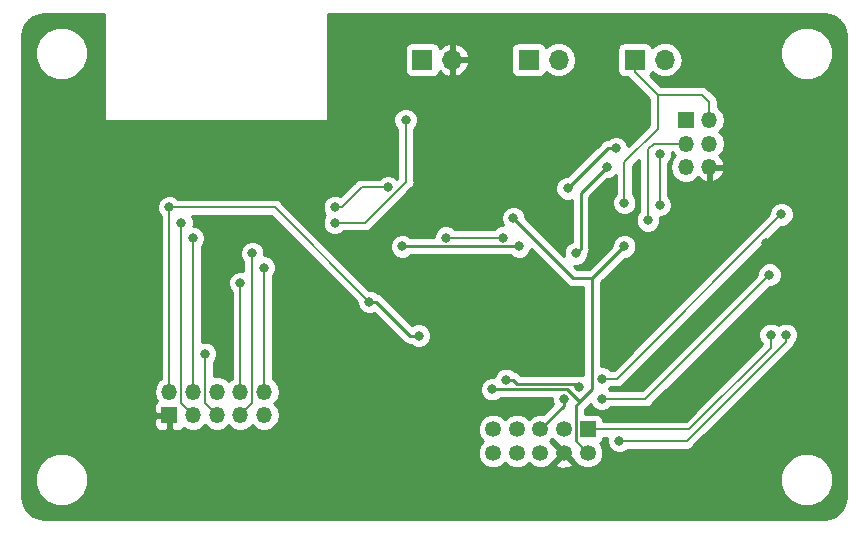
<source format=gbr>
G04 #@! TF.GenerationSoftware,KiCad,Pcbnew,5.0.2+dfsg1-1*
G04 #@! TF.CreationDate,2021-10-10T22:00:12+03:00*
G04 #@! TF.ProjectId,Brizer-ZigBee,4272697a-6572-42d5-9a69-674265652e6b,rev?*
G04 #@! TF.SameCoordinates,Original*
G04 #@! TF.FileFunction,Copper,L2,Bot*
G04 #@! TF.FilePolarity,Positive*
%FSLAX46Y46*%
G04 Gerber Fmt 4.6, Leading zero omitted, Abs format (unit mm)*
G04 Created by KiCad (PCBNEW 5.0.2+dfsg1-1) date Вс 10 окт 2021 22:00:12*
%MOMM*%
%LPD*%
G01*
G04 APERTURE LIST*
G04 #@! TA.AperFunction,ComponentPad*
%ADD10O,1.350000X1.350000*%
G04 #@! TD*
G04 #@! TA.AperFunction,ComponentPad*
%ADD11R,1.350000X1.350000*%
G04 #@! TD*
G04 #@! TA.AperFunction,ComponentPad*
%ADD12C,1.350000*%
G04 #@! TD*
G04 #@! TA.AperFunction,ComponentPad*
%ADD13O,1.700000X1.700000*%
G04 #@! TD*
G04 #@! TA.AperFunction,ComponentPad*
%ADD14R,1.700000X1.700000*%
G04 #@! TD*
G04 #@! TA.AperFunction,ViaPad*
%ADD15C,0.800000*%
G04 #@! TD*
G04 #@! TA.AperFunction,Conductor*
%ADD16C,0.200000*%
G04 #@! TD*
G04 #@! TA.AperFunction,Conductor*
%ADD17C,0.250000*%
G04 #@! TD*
G04 #@! TA.AperFunction,Conductor*
%ADD18C,0.254000*%
G04 #@! TD*
G04 APERTURE END LIST*
D10*
G04 #@! TO.P,J3,6*
G04 #@! TO.N,GND*
X173300000Y-83100000D03*
G04 #@! TO.P,J3,5*
G04 #@! TO.N,/AVR_RESET*
X171300000Y-83100000D03*
G04 #@! TO.P,J3,4*
G04 #@! TO.N,/AVR_MOSI*
X173300000Y-81100000D03*
G04 #@! TO.P,J3,3*
G04 #@! TO.N,/AVR_SCK*
X171300000Y-81100000D03*
G04 #@! TO.P,J3,2*
G04 #@! TO.N,+5V*
X173300000Y-79100000D03*
D11*
G04 #@! TO.P,J3,1*
G04 #@! TO.N,/AVR_MISO*
X171300000Y-79100000D03*
G04 #@! TD*
D10*
G04 #@! TO.P,J4,10*
G04 #@! TO.N,/CC2530_MISO*
X135600000Y-102100000D03*
G04 #@! TO.P,J4,9*
G04 #@! TO.N,Net-(J4-Pad9)*
X135600000Y-104100000D03*
G04 #@! TO.P,J4,8*
G04 #@! TO.N,/CC2530_MOSI*
X133600000Y-102100000D03*
G04 #@! TO.P,J4,7*
G04 #@! TO.N,/CC2530_RESET*
X133600000Y-104100000D03*
G04 #@! TO.P,J4,6*
G04 #@! TO.N,/CC2530_SCK*
X131600000Y-102100000D03*
G04 #@! TO.P,J4,5*
G04 #@! TO.N,/CC2530_CSN*
X131600000Y-104100000D03*
G04 #@! TO.P,J4,4*
G04 #@! TO.N,/CC2530_DD*
X129600000Y-102100000D03*
G04 #@! TO.P,J4,3*
G04 #@! TO.N,/CC2530_DC*
X129600000Y-104100000D03*
G04 #@! TO.P,J4,2*
G04 #@! TO.N,+3V3*
X127600000Y-102100000D03*
D11*
G04 #@! TO.P,J4,1*
G04 #@! TO.N,GND*
X127600000Y-104100000D03*
G04 #@! TD*
D12*
G04 #@! TO.P,J1,10*
G04 #@! TO.N,/CS*
X155000000Y-107300000D03*
G04 #@! TO.P,J1,9*
G04 #@! TO.N,/SET_BTN*
X155000000Y-105300000D03*
G04 #@! TO.P,J1,8*
G04 #@! TO.N,/WB*
X157000000Y-107300000D03*
G04 #@! TO.P,J1,7*
G04 #@! TO.N,Net-(J1-Pad7)*
X157000000Y-105300000D03*
G04 #@! TO.P,J1,6*
G04 #@! TO.N,/DATA*
X159000000Y-107300000D03*
G04 #@! TO.P,J1,5*
G04 #@! TO.N,/UP_BTN*
X159000000Y-105300000D03*
G04 #@! TO.P,J1,4*
G04 #@! TO.N,GND*
X161000000Y-107300000D03*
G04 #@! TO.P,J1,3*
G04 #@! TO.N,/DOWN_BTN*
X161000000Y-105300000D03*
G04 #@! TO.P,J1,2*
G04 #@! TO.N,+5V*
X163000000Y-107300000D03*
D11*
G04 #@! TO.P,J1,1*
G04 #@! TO.N,/PWR_BTN*
X163000000Y-105300000D03*
G04 #@! TD*
D13*
G04 #@! TO.P,J2,2*
G04 #@! TO.N,Net-(J2-Pad2)*
X169540000Y-74000000D03*
D14*
G04 #@! TO.P,J2,1*
G04 #@! TO.N,+5V*
X167000000Y-74000000D03*
G04 #@! TD*
D13*
G04 #@! TO.P,J5,2*
G04 #@! TO.N,GND*
X151540000Y-74000000D03*
D14*
G04 #@! TO.P,J5,1*
G04 #@! TO.N,Net-(J5-Pad1)*
X149000000Y-74000000D03*
G04 #@! TD*
D13*
G04 #@! TO.P,J6,2*
G04 #@! TO.N,Net-(J6-Pad2)*
X160540000Y-74000000D03*
D14*
G04 #@! TO.P,J6,1*
G04 #@! TO.N,+3V3*
X158000000Y-74000000D03*
G04 #@! TD*
D15*
G04 #@! TO.N,GND*
X177331237Y-96168763D03*
X172000000Y-102065685D03*
X158300000Y-81000000D03*
X178100000Y-89500000D03*
X146100000Y-88000000D03*
X144450000Y-71150000D03*
X149450000Y-71150000D03*
X154450000Y-71150000D03*
X159450000Y-71150000D03*
X164450000Y-71150000D03*
X169450000Y-71150000D03*
X174450000Y-71150000D03*
X179450000Y-71150000D03*
X116950000Y-76150000D03*
X141950000Y-76150000D03*
X146950000Y-76150000D03*
X151950000Y-76150000D03*
X161950000Y-76150000D03*
X176950000Y-76150000D03*
X181950000Y-76150000D03*
X119450000Y-81150000D03*
X124450000Y-81150000D03*
X129450000Y-81150000D03*
X134450000Y-81150000D03*
X139450000Y-81150000D03*
X144450000Y-81150000D03*
X149450000Y-81150000D03*
X179450000Y-81150000D03*
X116950000Y-86150000D03*
X181950000Y-86150000D03*
X119450000Y-91150000D03*
X154450000Y-91150000D03*
X116950000Y-96150000D03*
X121950000Y-96150000D03*
X141950000Y-96150000D03*
X181950000Y-96150000D03*
X119450000Y-101150000D03*
X124450000Y-101150000D03*
X139450000Y-101150000D03*
X144450000Y-101150000D03*
X116950000Y-106150000D03*
X121950000Y-106150000D03*
X126950000Y-106150000D03*
X131950000Y-106150000D03*
X136950000Y-106150000D03*
X141950000Y-106150000D03*
X146950000Y-106150000D03*
X151950000Y-106150000D03*
X176950000Y-106150000D03*
X181950000Y-106150000D03*
X124450000Y-111150000D03*
X129450000Y-111150000D03*
X134450000Y-111150000D03*
X139450000Y-111150000D03*
X144450000Y-111150000D03*
X149450000Y-111150000D03*
X154450000Y-111150000D03*
X159450000Y-111150000D03*
X164450000Y-111150000D03*
X169450000Y-111150000D03*
X174450000Y-111150000D03*
G04 #@! TO.N,+5V*
X166100000Y-86100000D03*
X154900000Y-101900000D03*
X166100000Y-89800000D03*
X156700000Y-87400000D03*
G04 #@! TO.N,+3V3*
X144500000Y-94500000D03*
X148700000Y-97362500D03*
X127600000Y-86500000D03*
G04 #@! TO.N,/AVR_MISO*
X169100000Y-82000000D03*
X169100000Y-86300000D03*
G04 #@! TO.N,/AVR_SCK*
X168100000Y-87600000D03*
G04 #@! TO.N,/AVR_RESET*
X162000000Y-90400000D03*
X164600000Y-83100000D03*
G04 #@! TO.N,/CC2530_DC*
X128600000Y-87800000D03*
G04 #@! TO.N,/CC2530_DD*
X129600000Y-89100000D03*
G04 #@! TO.N,/CC2530_CSN*
X130600000Y-98900000D03*
G04 #@! TO.N,/CC2530_RESET*
X134600000Y-90400000D03*
G04 #@! TO.N,/CC2530_MOSI*
X133600000Y-92900000D03*
G04 #@! TO.N,/CC2530_MISO*
X135600000Y-91600000D03*
G04 #@! TO.N,Net-(J5-Pad1)*
X141600000Y-87800000D03*
X147600000Y-79100000D03*
G04 #@! TO.N,Net-(R10-Pad2)*
X161300000Y-84900000D03*
X165400000Y-81500000D03*
G04 #@! TO.N,/RX*
X157200000Y-89800000D03*
X147300000Y-89800000D03*
G04 #@! TO.N,/TX*
X155800000Y-89075000D03*
X151000000Y-89075000D03*
G04 #@! TO.N,/PWR_BTN*
X178500000Y-97300000D03*
G04 #@! TO.N,/DOWN_BTN*
X179800000Y-97300000D03*
X165675001Y-106275001D03*
G04 #@! TO.N,/UP_BTN*
X178400000Y-92200000D03*
X164200000Y-102700000D03*
X161000000Y-102700000D03*
G04 #@! TO.N,/SET_BTN*
X179400000Y-87100000D03*
X156100000Y-101100000D03*
X162300000Y-101700000D03*
X164200000Y-101000000D03*
G04 #@! TO.N,Net-(R16-Pad1)*
X141600000Y-86500000D03*
X146100000Y-84800000D03*
G04 #@! TD*
D16*
G04 #@! TO.N,GND*
X177331237Y-96734448D02*
X172000000Y-102065685D01*
X177331237Y-96168763D02*
X177331237Y-96734448D01*
X172000000Y-102065685D02*
X172000000Y-102065685D01*
X178100000Y-89500000D02*
X179600000Y-89500000D01*
X179600000Y-89500000D02*
X181300000Y-87800000D01*
X181300000Y-87800000D02*
X181300000Y-85100000D01*
X181300000Y-85100000D02*
X179300000Y-83100000D01*
X151540000Y-72797919D02*
X153037919Y-71300000D01*
X151540000Y-74000000D02*
X151540000Y-72797919D01*
X153037919Y-71300000D02*
X171400000Y-71300000D01*
X177700000Y-77600000D02*
X177700000Y-83100000D01*
X171400000Y-71300000D02*
X177700000Y-77600000D01*
X179300000Y-83100000D02*
X177700000Y-83100000D01*
X177700000Y-83100000D02*
X173300000Y-83100000D01*
X151300000Y-88000000D02*
X158300000Y-81000000D01*
X146100000Y-88000000D02*
X151300000Y-88000000D01*
G04 #@! TO.N,+5V*
X167000000Y-75050000D02*
X168950000Y-77000000D01*
X167000000Y-74000000D02*
X167000000Y-75050000D01*
X168950000Y-77000000D02*
X172700000Y-77000000D01*
X173300000Y-77600000D02*
X173300000Y-79100000D01*
X172700000Y-77000000D02*
X173300000Y-77600000D01*
X166100000Y-86100000D02*
X166100000Y-82700000D01*
X168950000Y-79850000D02*
X168950000Y-77000000D01*
X166100000Y-82700000D02*
X168950000Y-79850000D01*
X163000000Y-107300000D02*
X162000000Y-106300000D01*
D17*
X163400000Y-92500000D02*
X166100000Y-89800000D01*
X163400000Y-101900000D02*
X163400000Y-92500000D01*
X162000000Y-106300000D02*
X162000000Y-103300000D01*
X161800000Y-92500000D02*
X156700000Y-87400000D01*
X163400000Y-92500000D02*
X161800000Y-92500000D01*
X161273002Y-101900000D02*
X162300000Y-102926998D01*
X162300000Y-102926998D02*
X162300000Y-103000000D01*
X162000000Y-103300000D02*
X162300000Y-103000000D01*
X154900000Y-101900000D02*
X161273002Y-101900000D01*
X162300000Y-103000000D02*
X163400000Y-101900000D01*
G04 #@! TO.N,+3V3*
X145065685Y-94500000D02*
X147965685Y-97400000D01*
X144500000Y-94500000D02*
X145065685Y-94500000D01*
X147965685Y-97400000D02*
X148800000Y-97400000D01*
D16*
X127600000Y-102100000D02*
X127600000Y-86500000D01*
X127600000Y-86500000D02*
X127600000Y-86500000D01*
X136500000Y-86500000D02*
X127600000Y-86500000D01*
X144500000Y-94500000D02*
X136500000Y-86500000D01*
G04 #@! TO.N,/AVR_MISO*
X169100000Y-82000000D02*
X169100000Y-86300000D01*
X169100000Y-86300000D02*
X169100000Y-86300000D01*
G04 #@! TO.N,/AVR_SCK*
X168100000Y-87600000D02*
X168100000Y-87600000D01*
X168100000Y-81600000D02*
X168100000Y-83345406D01*
X168100000Y-83345406D02*
X168100000Y-87600000D01*
X171300000Y-81100000D02*
X168600000Y-81100000D01*
X168600000Y-81100000D02*
X168100000Y-81600000D01*
D17*
G04 #@! TO.N,/AVR_RESET*
X162399999Y-90000001D02*
X162399999Y-85300001D01*
X162000000Y-90400000D02*
X162399999Y-90000001D01*
X162399999Y-85300001D02*
X164600000Y-83100000D01*
X164600000Y-83100000D02*
X164600000Y-83100000D01*
D16*
G04 #@! TO.N,/CC2530_DC*
X129600000Y-104100000D02*
X128600000Y-103100000D01*
X128600000Y-103100000D02*
X128600000Y-101100000D01*
X128600000Y-101100000D02*
X128600000Y-87800000D01*
X128600000Y-87800000D02*
X128600000Y-87800000D01*
G04 #@! TO.N,/CC2530_DD*
X129600000Y-102100000D02*
X129600000Y-89100000D01*
X129600000Y-89100000D02*
X129600000Y-89100000D01*
G04 #@! TO.N,/CC2530_CSN*
X131600000Y-104100000D02*
X130925001Y-103425001D01*
X130925001Y-103425001D02*
X130600000Y-103100000D01*
X130600000Y-103100000D02*
X130600000Y-101100000D01*
X130600000Y-101100000D02*
X130600000Y-98900000D01*
X130600000Y-98900000D02*
X130600000Y-98900000D01*
G04 #@! TO.N,/CC2530_RESET*
X133600000Y-104100000D02*
X134600000Y-103100000D01*
X134600000Y-103100000D02*
X134600000Y-101100000D01*
X134600000Y-101100000D02*
X134600000Y-90400000D01*
X134600000Y-90400000D02*
X134600000Y-90400000D01*
G04 #@! TO.N,/CC2530_MOSI*
X133600000Y-102100000D02*
X133600000Y-101145406D01*
X133600000Y-101145406D02*
X133600000Y-92900000D01*
X133600000Y-92900000D02*
X133600000Y-92900000D01*
G04 #@! TO.N,/CC2530_MISO*
X135600000Y-102100000D02*
X135600000Y-101145406D01*
X135600000Y-101145406D02*
X135600000Y-91600000D01*
X135600000Y-91600000D02*
X135600000Y-91600000D01*
D17*
G04 #@! TO.N,Net-(J5-Pad1)*
X141600000Y-87800000D02*
X141600000Y-87800000D01*
D16*
X144136002Y-87800000D02*
X147600000Y-84336002D01*
X141600000Y-87800000D02*
X144136002Y-87800000D01*
X147600000Y-84336002D02*
X147600000Y-79100000D01*
D17*
G04 #@! TO.N,Net-(R10-Pad2)*
X161300000Y-84900000D02*
X164700000Y-81500000D01*
X164700000Y-81500000D02*
X165400000Y-81500000D01*
X165400000Y-81500000D02*
X165400000Y-81500000D01*
G04 #@! TO.N,/RX*
X157200000Y-89800000D02*
X156634315Y-89800000D01*
X156634315Y-89800000D02*
X147300000Y-89800000D01*
X147300000Y-89800000D02*
X147300000Y-89800000D01*
D16*
G04 #@! TO.N,/TX*
X155800000Y-89075000D02*
X151000000Y-89075000D01*
D17*
G04 #@! TO.N,/PWR_BTN*
X178500000Y-97300000D02*
X178500000Y-97300000D01*
D16*
X163000000Y-105300000D02*
X171600000Y-105300000D01*
X178500000Y-98400000D02*
X178500000Y-97300000D01*
X171600000Y-105300000D02*
X178500000Y-98400000D01*
D17*
G04 #@! TO.N,/DOWN_BTN*
X179800000Y-97300000D02*
X179800000Y-97300000D01*
D16*
X179800000Y-97865685D02*
X179800000Y-97300000D01*
X171390684Y-106275001D02*
X179800000Y-97865685D01*
X165675001Y-106275001D02*
X171390684Y-106275001D01*
D17*
G04 #@! TO.N,/UP_BTN*
X178400000Y-92200000D02*
X178400000Y-92200000D01*
D16*
X167900000Y-102700000D02*
X178400000Y-92200000D01*
X164200000Y-102700000D02*
X167900000Y-102700000D01*
D17*
X159000000Y-105300000D02*
X161000000Y-103300000D01*
X161000000Y-103300000D02*
X161000000Y-102700000D01*
G04 #@! TO.N,/SET_BTN*
X179400000Y-87100000D02*
X179400000Y-87100000D01*
D16*
X165500000Y-101000000D02*
X179400000Y-87100000D01*
X164200000Y-101000000D02*
X165500000Y-101000000D01*
D17*
X157015675Y-101449990D02*
X162049990Y-101449990D01*
X156100000Y-101100000D02*
X156665685Y-101100000D01*
X156665685Y-101100000D02*
X157015675Y-101449990D01*
X162049990Y-101449990D02*
X162300000Y-101700000D01*
D16*
G04 #@! TO.N,Net-(R16-Pad1)*
X142165685Y-86500000D02*
X143865685Y-84800000D01*
X141600000Y-86500000D02*
X142165685Y-86500000D01*
X143865685Y-84800000D02*
X146100000Y-84800000D01*
X146100000Y-84800000D02*
X146100000Y-84800000D01*
G04 #@! TD*
D18*
G04 #@! TO.N,GND*
G36*
X122073000Y-79100000D02*
X122082667Y-79148601D01*
X122110197Y-79189803D01*
X122151399Y-79217333D01*
X122200000Y-79227000D01*
X140900000Y-79227000D01*
X140948601Y-79217333D01*
X140989803Y-79189803D01*
X141017333Y-79148601D01*
X141027000Y-79100000D01*
X141027000Y-73150000D01*
X147502560Y-73150000D01*
X147502560Y-74850000D01*
X147551843Y-75097765D01*
X147692191Y-75307809D01*
X147902235Y-75448157D01*
X148150000Y-75497440D01*
X149850000Y-75497440D01*
X150097765Y-75448157D01*
X150307809Y-75307809D01*
X150448157Y-75097765D01*
X150468739Y-74994292D01*
X150773076Y-75271645D01*
X151183110Y-75441476D01*
X151413000Y-75320155D01*
X151413000Y-74127000D01*
X151667000Y-74127000D01*
X151667000Y-75320155D01*
X151896890Y-75441476D01*
X152306924Y-75271645D01*
X152735183Y-74881358D01*
X152981486Y-74356892D01*
X152860819Y-74127000D01*
X151667000Y-74127000D01*
X151413000Y-74127000D01*
X151393000Y-74127000D01*
X151393000Y-73873000D01*
X151413000Y-73873000D01*
X151413000Y-72679845D01*
X151667000Y-72679845D01*
X151667000Y-73873000D01*
X152860819Y-73873000D01*
X152981486Y-73643108D01*
X152749910Y-73150000D01*
X156502560Y-73150000D01*
X156502560Y-74850000D01*
X156551843Y-75097765D01*
X156692191Y-75307809D01*
X156902235Y-75448157D01*
X157150000Y-75497440D01*
X158850000Y-75497440D01*
X159097765Y-75448157D01*
X159307809Y-75307809D01*
X159448157Y-75097765D01*
X159457184Y-75052381D01*
X159469375Y-75070625D01*
X159960582Y-75398839D01*
X160393744Y-75485000D01*
X160686256Y-75485000D01*
X161119418Y-75398839D01*
X161610625Y-75070625D01*
X161938839Y-74579418D01*
X162054092Y-74000000D01*
X161938839Y-73420582D01*
X161610625Y-72929375D01*
X161119418Y-72601161D01*
X160686256Y-72515000D01*
X160393744Y-72515000D01*
X159960582Y-72601161D01*
X159469375Y-72929375D01*
X159457184Y-72947619D01*
X159448157Y-72902235D01*
X159307809Y-72692191D01*
X159097765Y-72551843D01*
X158850000Y-72502560D01*
X157150000Y-72502560D01*
X156902235Y-72551843D01*
X156692191Y-72692191D01*
X156551843Y-72902235D01*
X156502560Y-73150000D01*
X152749910Y-73150000D01*
X152735183Y-73118642D01*
X152306924Y-72728355D01*
X151896890Y-72558524D01*
X151667000Y-72679845D01*
X151413000Y-72679845D01*
X151183110Y-72558524D01*
X150773076Y-72728355D01*
X150468739Y-73005708D01*
X150448157Y-72902235D01*
X150307809Y-72692191D01*
X150097765Y-72551843D01*
X149850000Y-72502560D01*
X148150000Y-72502560D01*
X147902235Y-72551843D01*
X147692191Y-72692191D01*
X147551843Y-72902235D01*
X147502560Y-73150000D01*
X141027000Y-73150000D01*
X141027000Y-70127000D01*
X182991672Y-70127000D01*
X183484485Y-70191880D01*
X183935952Y-70378884D01*
X184323636Y-70676364D01*
X184621116Y-71064048D01*
X184808120Y-71515515D01*
X184873000Y-72008328D01*
X184873000Y-110991672D01*
X184808120Y-111484485D01*
X184621116Y-111935952D01*
X184323636Y-112323636D01*
X183935952Y-112621116D01*
X183484485Y-112808120D01*
X182991672Y-112873000D01*
X117008328Y-112873000D01*
X116515515Y-112808120D01*
X116064048Y-112621116D01*
X115676364Y-112323636D01*
X115378884Y-111935952D01*
X115191880Y-111484485D01*
X115127000Y-110991672D01*
X115127000Y-109105431D01*
X116215000Y-109105431D01*
X116215000Y-109994569D01*
X116555259Y-110816026D01*
X117183974Y-111444741D01*
X118005431Y-111785000D01*
X118894569Y-111785000D01*
X119716026Y-111444741D01*
X120344741Y-110816026D01*
X120685000Y-109994569D01*
X120685000Y-109105431D01*
X179315000Y-109105431D01*
X179315000Y-109994569D01*
X179655259Y-110816026D01*
X180283974Y-111444741D01*
X181105431Y-111785000D01*
X181994569Y-111785000D01*
X182816026Y-111444741D01*
X183444741Y-110816026D01*
X183785000Y-109994569D01*
X183785000Y-109105431D01*
X183444741Y-108283974D01*
X182816026Y-107655259D01*
X181994569Y-107315000D01*
X181105431Y-107315000D01*
X180283974Y-107655259D01*
X179655259Y-108283974D01*
X179315000Y-109105431D01*
X120685000Y-109105431D01*
X120344741Y-108283974D01*
X119716026Y-107655259D01*
X118894569Y-107315000D01*
X118005431Y-107315000D01*
X117183974Y-107655259D01*
X116555259Y-108283974D01*
X116215000Y-109105431D01*
X115127000Y-109105431D01*
X115127000Y-104385750D01*
X126290000Y-104385750D01*
X126290000Y-104901309D01*
X126386673Y-105134698D01*
X126565301Y-105313327D01*
X126798690Y-105410000D01*
X127314250Y-105410000D01*
X127473000Y-105251250D01*
X127473000Y-104227000D01*
X126448750Y-104227000D01*
X126290000Y-104385750D01*
X115127000Y-104385750D01*
X115127000Y-102100000D01*
X126264336Y-102100000D01*
X126366007Y-102611136D01*
X126556198Y-102895776D01*
X126386673Y-103065302D01*
X126290000Y-103298691D01*
X126290000Y-103814250D01*
X126448750Y-103973000D01*
X127473000Y-103973000D01*
X127473000Y-103953000D01*
X127727000Y-103953000D01*
X127727000Y-103973000D01*
X127747000Y-103973000D01*
X127747000Y-104227000D01*
X127727000Y-104227000D01*
X127727000Y-105251250D01*
X127885750Y-105410000D01*
X128401310Y-105410000D01*
X128634699Y-105313327D01*
X128804223Y-105143802D01*
X129088864Y-105333993D01*
X129470978Y-105410000D01*
X129729022Y-105410000D01*
X130111136Y-105333993D01*
X130544457Y-105044457D01*
X130600000Y-104961331D01*
X130655543Y-105044457D01*
X131088864Y-105333993D01*
X131470978Y-105410000D01*
X131729022Y-105410000D01*
X132111136Y-105333993D01*
X132544457Y-105044457D01*
X132600000Y-104961331D01*
X132655543Y-105044457D01*
X133088864Y-105333993D01*
X133470978Y-105410000D01*
X133729022Y-105410000D01*
X134111136Y-105333993D01*
X134544457Y-105044457D01*
X134600000Y-104961331D01*
X134655543Y-105044457D01*
X135088864Y-105333993D01*
X135470978Y-105410000D01*
X135729022Y-105410000D01*
X136111136Y-105333993D01*
X136544457Y-105044457D01*
X136833993Y-104611136D01*
X136935664Y-104100000D01*
X136833993Y-103588864D01*
X136544457Y-103155543D01*
X136461331Y-103100000D01*
X136544457Y-103044457D01*
X136833993Y-102611136D01*
X136935664Y-102100000D01*
X136833993Y-101588864D01*
X136544457Y-101155543D01*
X136335000Y-101015588D01*
X136335000Y-92328711D01*
X136477431Y-92186280D01*
X136635000Y-91805874D01*
X136635000Y-91394126D01*
X136477431Y-91013720D01*
X136186280Y-90722569D01*
X135805874Y-90565000D01*
X135635000Y-90565000D01*
X135635000Y-90194126D01*
X135477431Y-89813720D01*
X135186280Y-89522569D01*
X134805874Y-89365000D01*
X134394126Y-89365000D01*
X134013720Y-89522569D01*
X133722569Y-89813720D01*
X133565000Y-90194126D01*
X133565000Y-90605874D01*
X133722569Y-90986280D01*
X133865001Y-91128712D01*
X133865001Y-91889491D01*
X133805874Y-91865000D01*
X133394126Y-91865000D01*
X133013720Y-92022569D01*
X132722569Y-92313720D01*
X132565000Y-92694126D01*
X132565000Y-93105874D01*
X132722569Y-93486280D01*
X132865001Y-93628712D01*
X132865000Y-101015588D01*
X132655543Y-101155543D01*
X132600000Y-101238669D01*
X132544457Y-101155543D01*
X132111136Y-100866007D01*
X131729022Y-100790000D01*
X131470978Y-100790000D01*
X131335000Y-100817048D01*
X131335000Y-99628711D01*
X131477431Y-99486280D01*
X131635000Y-99105874D01*
X131635000Y-98694126D01*
X131477431Y-98313720D01*
X131186280Y-98022569D01*
X130805874Y-97865000D01*
X130394126Y-97865000D01*
X130335000Y-97889491D01*
X130335000Y-89828711D01*
X130477431Y-89686280D01*
X130635000Y-89305874D01*
X130635000Y-88894126D01*
X130477431Y-88513720D01*
X130186280Y-88222569D01*
X129805874Y-88065000D01*
X129610509Y-88065000D01*
X129635000Y-88005874D01*
X129635000Y-87594126D01*
X129486245Y-87235000D01*
X136195554Y-87235000D01*
X143465000Y-94504447D01*
X143465000Y-94705874D01*
X143622569Y-95086280D01*
X143913720Y-95377431D01*
X144294126Y-95535000D01*
X144705874Y-95535000D01*
X144932155Y-95441271D01*
X147375358Y-97884476D01*
X147417756Y-97947929D01*
X147481209Y-97990327D01*
X147481211Y-97990329D01*
X147529462Y-98022569D01*
X147669148Y-98115904D01*
X147890833Y-98160000D01*
X147890837Y-98160000D01*
X147965684Y-98174888D01*
X148034908Y-98161119D01*
X148113720Y-98239931D01*
X148494126Y-98397500D01*
X148905874Y-98397500D01*
X149286280Y-98239931D01*
X149577431Y-97948780D01*
X149735000Y-97568374D01*
X149735000Y-97156626D01*
X149577431Y-96776220D01*
X149286280Y-96485069D01*
X148905874Y-96327500D01*
X148494126Y-96327500D01*
X148122090Y-96481602D01*
X145656016Y-94015530D01*
X145613614Y-93952071D01*
X145362222Y-93784096D01*
X145219397Y-93755686D01*
X145086280Y-93622569D01*
X144705874Y-93465000D01*
X144504447Y-93465000D01*
X140633573Y-89594126D01*
X146265000Y-89594126D01*
X146265000Y-90005874D01*
X146422569Y-90386280D01*
X146713720Y-90677431D01*
X147094126Y-90835000D01*
X147505874Y-90835000D01*
X147886280Y-90677431D01*
X148003711Y-90560000D01*
X156496289Y-90560000D01*
X156613720Y-90677431D01*
X156994126Y-90835000D01*
X157405874Y-90835000D01*
X157786280Y-90677431D01*
X158077431Y-90386280D01*
X158233850Y-90008651D01*
X161209671Y-92984473D01*
X161252071Y-93047929D01*
X161503463Y-93215904D01*
X161725148Y-93260000D01*
X161725152Y-93260000D01*
X161799999Y-93274888D01*
X161874846Y-93260000D01*
X162640001Y-93260000D01*
X162640000Y-100720557D01*
X162505874Y-100665000D01*
X162094126Y-100665000D01*
X162063331Y-100677756D01*
X162049990Y-100675102D01*
X161975143Y-100689990D01*
X157330476Y-100689990D01*
X157256016Y-100615530D01*
X157213614Y-100552071D01*
X156962222Y-100384096D01*
X156819397Y-100355686D01*
X156686280Y-100222569D01*
X156305874Y-100065000D01*
X155894126Y-100065000D01*
X155513720Y-100222569D01*
X155222569Y-100513720D01*
X155077064Y-100865000D01*
X154694126Y-100865000D01*
X154313720Y-101022569D01*
X154022569Y-101313720D01*
X153865000Y-101694126D01*
X153865000Y-102105874D01*
X154022569Y-102486280D01*
X154313720Y-102777431D01*
X154694126Y-102935000D01*
X155105874Y-102935000D01*
X155486280Y-102777431D01*
X155603711Y-102660000D01*
X159965000Y-102660000D01*
X159965000Y-102905874D01*
X160068779Y-103156419D01*
X159235199Y-103990000D01*
X158739425Y-103990000D01*
X158257945Y-104189436D01*
X158000000Y-104447381D01*
X157742055Y-104189436D01*
X157260575Y-103990000D01*
X156739425Y-103990000D01*
X156257945Y-104189436D01*
X156000000Y-104447381D01*
X155742055Y-104189436D01*
X155260575Y-103990000D01*
X154739425Y-103990000D01*
X154257945Y-104189436D01*
X153889436Y-104557945D01*
X153690000Y-105039425D01*
X153690000Y-105560575D01*
X153889436Y-106042055D01*
X154147381Y-106300000D01*
X153889436Y-106557945D01*
X153690000Y-107039425D01*
X153690000Y-107560575D01*
X153889436Y-108042055D01*
X154257945Y-108410564D01*
X154739425Y-108610000D01*
X155260575Y-108610000D01*
X155742055Y-108410564D01*
X156000000Y-108152619D01*
X156257945Y-108410564D01*
X156739425Y-108610000D01*
X157260575Y-108610000D01*
X157742055Y-108410564D01*
X158000000Y-108152619D01*
X158257945Y-108410564D01*
X158739425Y-108610000D01*
X159260575Y-108610000D01*
X159742055Y-108410564D01*
X159935472Y-108217147D01*
X160262458Y-108217147D01*
X160321219Y-108450328D01*
X160813100Y-108622522D01*
X161333434Y-108593375D01*
X161678781Y-108450328D01*
X161737542Y-108217147D01*
X161000000Y-107479605D01*
X160262458Y-108217147D01*
X159935472Y-108217147D01*
X160110564Y-108042055D01*
X160133350Y-107987045D01*
X160820395Y-107300000D01*
X160133350Y-106612955D01*
X160110564Y-106557945D01*
X159852619Y-106300000D01*
X160000000Y-106152619D01*
X160257945Y-106410564D01*
X160312955Y-106433350D01*
X161000000Y-107120395D01*
X161014143Y-107106253D01*
X161193748Y-107285858D01*
X161179605Y-107300000D01*
X161866650Y-107987045D01*
X161889436Y-108042055D01*
X162257945Y-108410564D01*
X162739425Y-108610000D01*
X163260575Y-108610000D01*
X163742055Y-108410564D01*
X164110564Y-108042055D01*
X164310000Y-107560575D01*
X164310000Y-107039425D01*
X164110564Y-106557945D01*
X164044461Y-106491842D01*
X164132809Y-106432809D01*
X164273157Y-106222765D01*
X164310505Y-106035000D01*
X164654137Y-106035000D01*
X164640001Y-106069127D01*
X164640001Y-106480875D01*
X164797570Y-106861281D01*
X165088721Y-107152432D01*
X165469127Y-107310001D01*
X165880875Y-107310001D01*
X166261281Y-107152432D01*
X166403712Y-107010001D01*
X171318300Y-107010001D01*
X171390684Y-107024399D01*
X171463068Y-107010001D01*
X171463072Y-107010001D01*
X171677467Y-106967355D01*
X171920589Y-106804906D01*
X171961595Y-106743536D01*
X180268538Y-98436594D01*
X180329905Y-98395590D01*
X180492354Y-98152468D01*
X180512494Y-98051217D01*
X180677431Y-97886280D01*
X180835000Y-97505874D01*
X180835000Y-97094126D01*
X180677431Y-96713720D01*
X180386280Y-96422569D01*
X180005874Y-96265000D01*
X179594126Y-96265000D01*
X179213720Y-96422569D01*
X179150000Y-96486289D01*
X179086280Y-96422569D01*
X178705874Y-96265000D01*
X178294126Y-96265000D01*
X177913720Y-96422569D01*
X177622569Y-96713720D01*
X177465000Y-97094126D01*
X177465000Y-97505874D01*
X177622569Y-97886280D01*
X177765000Y-98028711D01*
X177765000Y-98095553D01*
X171295554Y-104565000D01*
X164310505Y-104565000D01*
X164273157Y-104377235D01*
X164132809Y-104167191D01*
X163922765Y-104026843D01*
X163675000Y-103977560D01*
X162760000Y-103977560D01*
X162760000Y-103614801D01*
X162784470Y-103590331D01*
X162847929Y-103547929D01*
X162890330Y-103484471D01*
X163254018Y-103120783D01*
X163322569Y-103286280D01*
X163613720Y-103577431D01*
X163994126Y-103735000D01*
X164405874Y-103735000D01*
X164786280Y-103577431D01*
X164928711Y-103435000D01*
X167827616Y-103435000D01*
X167900000Y-103449398D01*
X167972384Y-103435000D01*
X167972388Y-103435000D01*
X168186783Y-103392354D01*
X168429905Y-103229905D01*
X168470911Y-103168535D01*
X178404447Y-93235000D01*
X178605874Y-93235000D01*
X178986280Y-93077431D01*
X179277431Y-92786280D01*
X179435000Y-92405874D01*
X179435000Y-91994126D01*
X179277431Y-91613720D01*
X178986280Y-91322569D01*
X178605874Y-91165000D01*
X178194126Y-91165000D01*
X177813720Y-91322569D01*
X177522569Y-91613720D01*
X177365000Y-91994126D01*
X177365000Y-92195553D01*
X167595554Y-101965000D01*
X164928711Y-101965000D01*
X164813711Y-101850000D01*
X164928711Y-101735000D01*
X165427616Y-101735000D01*
X165500000Y-101749398D01*
X165572384Y-101735000D01*
X165572388Y-101735000D01*
X165786783Y-101692354D01*
X166029905Y-101529905D01*
X166070911Y-101468535D01*
X179404447Y-88135000D01*
X179605874Y-88135000D01*
X179986280Y-87977431D01*
X180277431Y-87686280D01*
X180435000Y-87305874D01*
X180435000Y-86894126D01*
X180277431Y-86513720D01*
X179986280Y-86222569D01*
X179605874Y-86065000D01*
X179194126Y-86065000D01*
X178813720Y-86222569D01*
X178522569Y-86513720D01*
X178365000Y-86894126D01*
X178365000Y-87095553D01*
X165195554Y-100265000D01*
X164928711Y-100265000D01*
X164786280Y-100122569D01*
X164405874Y-99965000D01*
X164160000Y-99965000D01*
X164160000Y-92814801D01*
X166139802Y-90835000D01*
X166305874Y-90835000D01*
X166686280Y-90677431D01*
X166977431Y-90386280D01*
X167135000Y-90005874D01*
X167135000Y-89594126D01*
X166977431Y-89213720D01*
X166686280Y-88922569D01*
X166305874Y-88765000D01*
X165894126Y-88765000D01*
X165513720Y-88922569D01*
X165222569Y-89213720D01*
X165065000Y-89594126D01*
X165065000Y-89760198D01*
X163085199Y-91740000D01*
X162114802Y-91740000D01*
X161809802Y-91435000D01*
X162205874Y-91435000D01*
X162586280Y-91277431D01*
X162877431Y-90986280D01*
X163035000Y-90605874D01*
X163035000Y-90417618D01*
X163115903Y-90296538D01*
X163159999Y-90074853D01*
X163159999Y-90074849D01*
X163174887Y-90000002D01*
X163159999Y-89925155D01*
X163159999Y-85614802D01*
X164639802Y-84135000D01*
X164805874Y-84135000D01*
X165186280Y-83977431D01*
X165365001Y-83798710D01*
X165365000Y-85371289D01*
X165222569Y-85513720D01*
X165065000Y-85894126D01*
X165065000Y-86305874D01*
X165222569Y-86686280D01*
X165513720Y-86977431D01*
X165894126Y-87135000D01*
X166305874Y-87135000D01*
X166686280Y-86977431D01*
X166977431Y-86686280D01*
X167135000Y-86305874D01*
X167135000Y-85894126D01*
X166977431Y-85513720D01*
X166835000Y-85371289D01*
X166835000Y-83004446D01*
X167365001Y-82474446D01*
X167365001Y-83273014D01*
X167365000Y-83273019D01*
X167365001Y-86871288D01*
X167222569Y-87013720D01*
X167065000Y-87394126D01*
X167065000Y-87805874D01*
X167222569Y-88186280D01*
X167513720Y-88477431D01*
X167894126Y-88635000D01*
X168305874Y-88635000D01*
X168686280Y-88477431D01*
X168977431Y-88186280D01*
X169135000Y-87805874D01*
X169135000Y-87394126D01*
X169110509Y-87335000D01*
X169305874Y-87335000D01*
X169686280Y-87177431D01*
X169977431Y-86886280D01*
X170135000Y-86505874D01*
X170135000Y-86094126D01*
X169977431Y-85713720D01*
X169835000Y-85571289D01*
X169835000Y-82728711D01*
X169977431Y-82586280D01*
X170135000Y-82205874D01*
X170135000Y-81835000D01*
X170215588Y-81835000D01*
X170355543Y-82044457D01*
X170438669Y-82100000D01*
X170355543Y-82155543D01*
X170066007Y-82588864D01*
X169964336Y-83100000D01*
X170066007Y-83611136D01*
X170355543Y-84044457D01*
X170788864Y-84333993D01*
X171170978Y-84410000D01*
X171429022Y-84410000D01*
X171811136Y-84333993D01*
X172244457Y-84044457D01*
X172319968Y-83931446D01*
X172510460Y-84145349D01*
X172970598Y-84367920D01*
X173173000Y-84245090D01*
X173173000Y-83227000D01*
X173427000Y-83227000D01*
X173427000Y-84245090D01*
X173629402Y-84367920D01*
X174089540Y-84145349D01*
X174429478Y-83763633D01*
X174567910Y-83429400D01*
X174444224Y-83227000D01*
X173427000Y-83227000D01*
X173173000Y-83227000D01*
X173153000Y-83227000D01*
X173153000Y-82973000D01*
X173173000Y-82973000D01*
X173173000Y-82953000D01*
X173427000Y-82953000D01*
X173427000Y-82973000D01*
X174444224Y-82973000D01*
X174567910Y-82770600D01*
X174429478Y-82436367D01*
X174141642Y-82113156D01*
X174244457Y-82044457D01*
X174533993Y-81611136D01*
X174635664Y-81100000D01*
X174533993Y-80588864D01*
X174244457Y-80155543D01*
X174161331Y-80100000D01*
X174244457Y-80044457D01*
X174533993Y-79611136D01*
X174635664Y-79100000D01*
X174533993Y-78588864D01*
X174244457Y-78155543D01*
X174035000Y-78015588D01*
X174035000Y-77672383D01*
X174049398Y-77599999D01*
X174035000Y-77527613D01*
X174035000Y-77527612D01*
X173992354Y-77313217D01*
X173829905Y-77070095D01*
X173768538Y-77029091D01*
X173270911Y-76531465D01*
X173229905Y-76470095D01*
X172986783Y-76307646D01*
X172772388Y-76265000D01*
X172772384Y-76265000D01*
X172700000Y-76250602D01*
X172627616Y-76265000D01*
X169254447Y-76265000D01*
X168301483Y-75312036D01*
X168307809Y-75307809D01*
X168448157Y-75097765D01*
X168457184Y-75052381D01*
X168469375Y-75070625D01*
X168960582Y-75398839D01*
X169393744Y-75485000D01*
X169686256Y-75485000D01*
X170119418Y-75398839D01*
X170610625Y-75070625D01*
X170938839Y-74579418D01*
X171054092Y-74000000D01*
X170938839Y-73420582D01*
X170661444Y-73005431D01*
X179315000Y-73005431D01*
X179315000Y-73894569D01*
X179655259Y-74716026D01*
X180283974Y-75344741D01*
X181105431Y-75685000D01*
X181994569Y-75685000D01*
X182816026Y-75344741D01*
X183444741Y-74716026D01*
X183785000Y-73894569D01*
X183785000Y-73005431D01*
X183444741Y-72183974D01*
X182816026Y-71555259D01*
X181994569Y-71215000D01*
X181105431Y-71215000D01*
X180283974Y-71555259D01*
X179655259Y-72183974D01*
X179315000Y-73005431D01*
X170661444Y-73005431D01*
X170610625Y-72929375D01*
X170119418Y-72601161D01*
X169686256Y-72515000D01*
X169393744Y-72515000D01*
X168960582Y-72601161D01*
X168469375Y-72929375D01*
X168457184Y-72947619D01*
X168448157Y-72902235D01*
X168307809Y-72692191D01*
X168097765Y-72551843D01*
X167850000Y-72502560D01*
X166150000Y-72502560D01*
X165902235Y-72551843D01*
X165692191Y-72692191D01*
X165551843Y-72902235D01*
X165502560Y-73150000D01*
X165502560Y-74850000D01*
X165551843Y-75097765D01*
X165692191Y-75307809D01*
X165902235Y-75448157D01*
X166150000Y-75497440D01*
X166414994Y-75497440D01*
X166429091Y-75518537D01*
X166470096Y-75579905D01*
X166531463Y-75620909D01*
X168215001Y-77304448D01*
X168215000Y-79545553D01*
X166435000Y-81325554D01*
X166435000Y-81294126D01*
X166277431Y-80913720D01*
X165986280Y-80622569D01*
X165605874Y-80465000D01*
X165194126Y-80465000D01*
X164813720Y-80622569D01*
X164709322Y-80726967D01*
X164699999Y-80725112D01*
X164625152Y-80740000D01*
X164625148Y-80740000D01*
X164403463Y-80784096D01*
X164152071Y-80952071D01*
X164109671Y-81015527D01*
X161260199Y-83865000D01*
X161094126Y-83865000D01*
X160713720Y-84022569D01*
X160422569Y-84313720D01*
X160265000Y-84694126D01*
X160265000Y-85105874D01*
X160422569Y-85486280D01*
X160713720Y-85777431D01*
X161094126Y-85935000D01*
X161505874Y-85935000D01*
X161640000Y-85879443D01*
X161639999Y-89428841D01*
X161413720Y-89522569D01*
X161122569Y-89813720D01*
X160965000Y-90194126D01*
X160965000Y-90590198D01*
X157735000Y-87360199D01*
X157735000Y-87194126D01*
X157577431Y-86813720D01*
X157286280Y-86522569D01*
X156905874Y-86365000D01*
X156494126Y-86365000D01*
X156113720Y-86522569D01*
X155822569Y-86813720D01*
X155665000Y-87194126D01*
X155665000Y-87605874D01*
X155822569Y-87986280D01*
X155876289Y-88040000D01*
X155594126Y-88040000D01*
X155213720Y-88197569D01*
X155071289Y-88340000D01*
X151728711Y-88340000D01*
X151586280Y-88197569D01*
X151205874Y-88040000D01*
X150794126Y-88040000D01*
X150413720Y-88197569D01*
X150122569Y-88488720D01*
X149965000Y-88869126D01*
X149965000Y-89040000D01*
X148003711Y-89040000D01*
X147886280Y-88922569D01*
X147505874Y-88765000D01*
X147094126Y-88765000D01*
X146713720Y-88922569D01*
X146422569Y-89213720D01*
X146265000Y-89594126D01*
X140633573Y-89594126D01*
X137333573Y-86294126D01*
X140565000Y-86294126D01*
X140565000Y-86705874D01*
X140722569Y-87086280D01*
X140786289Y-87150000D01*
X140722569Y-87213720D01*
X140565000Y-87594126D01*
X140565000Y-88005874D01*
X140722569Y-88386280D01*
X141013720Y-88677431D01*
X141394126Y-88835000D01*
X141805874Y-88835000D01*
X142186280Y-88677431D01*
X142328711Y-88535000D01*
X144063618Y-88535000D01*
X144136002Y-88549398D01*
X144208386Y-88535000D01*
X144208390Y-88535000D01*
X144422785Y-88492354D01*
X144665907Y-88329905D01*
X144706913Y-88268535D01*
X148068538Y-84906911D01*
X148129905Y-84865907D01*
X148292354Y-84622785D01*
X148335000Y-84408390D01*
X148335000Y-84408386D01*
X148349398Y-84336002D01*
X148335000Y-84263618D01*
X148335000Y-79828711D01*
X148477431Y-79686280D01*
X148635000Y-79305874D01*
X148635000Y-78894126D01*
X148477431Y-78513720D01*
X148186280Y-78222569D01*
X147805874Y-78065000D01*
X147394126Y-78065000D01*
X147013720Y-78222569D01*
X146722569Y-78513720D01*
X146565000Y-78894126D01*
X146565000Y-79305874D01*
X146722569Y-79686280D01*
X146865001Y-79828712D01*
X146865000Y-84031555D01*
X146830133Y-84066422D01*
X146686280Y-83922569D01*
X146305874Y-83765000D01*
X145894126Y-83765000D01*
X145513720Y-83922569D01*
X145371289Y-84065000D01*
X143938068Y-84065000D01*
X143865684Y-84050602D01*
X143793300Y-84065000D01*
X143793297Y-84065000D01*
X143578902Y-84107646D01*
X143335780Y-84270095D01*
X143294775Y-84331463D01*
X142057155Y-85569084D01*
X141805874Y-85465000D01*
X141394126Y-85465000D01*
X141013720Y-85622569D01*
X140722569Y-85913720D01*
X140565000Y-86294126D01*
X137333573Y-86294126D01*
X137070911Y-86031465D01*
X137029905Y-85970095D01*
X136786783Y-85807646D01*
X136572388Y-85765000D01*
X136572384Y-85765000D01*
X136500000Y-85750602D01*
X136427616Y-85765000D01*
X128328711Y-85765000D01*
X128186280Y-85622569D01*
X127805874Y-85465000D01*
X127394126Y-85465000D01*
X127013720Y-85622569D01*
X126722569Y-85913720D01*
X126565000Y-86294126D01*
X126565000Y-86705874D01*
X126722569Y-87086280D01*
X126865001Y-87228712D01*
X126865000Y-101015588D01*
X126655543Y-101155543D01*
X126366007Y-101588864D01*
X126264336Y-102100000D01*
X115127000Y-102100000D01*
X115127000Y-73005431D01*
X116215000Y-73005431D01*
X116215000Y-73894569D01*
X116555259Y-74716026D01*
X117183974Y-75344741D01*
X118005431Y-75685000D01*
X118894569Y-75685000D01*
X119716026Y-75344741D01*
X120344741Y-74716026D01*
X120685000Y-73894569D01*
X120685000Y-73005431D01*
X120344741Y-72183974D01*
X119716026Y-71555259D01*
X118894569Y-71215000D01*
X118005431Y-71215000D01*
X117183974Y-71555259D01*
X116555259Y-72183974D01*
X116215000Y-73005431D01*
X115127000Y-73005431D01*
X115127000Y-72008328D01*
X115191880Y-71515515D01*
X115378884Y-71064048D01*
X115676364Y-70676364D01*
X116064048Y-70378884D01*
X116515515Y-70191880D01*
X117008328Y-70127000D01*
X122073000Y-70127000D01*
X122073000Y-79100000D01*
X122073000Y-79100000D01*
G37*
X122073000Y-79100000D02*
X122082667Y-79148601D01*
X122110197Y-79189803D01*
X122151399Y-79217333D01*
X122200000Y-79227000D01*
X140900000Y-79227000D01*
X140948601Y-79217333D01*
X140989803Y-79189803D01*
X141017333Y-79148601D01*
X141027000Y-79100000D01*
X141027000Y-73150000D01*
X147502560Y-73150000D01*
X147502560Y-74850000D01*
X147551843Y-75097765D01*
X147692191Y-75307809D01*
X147902235Y-75448157D01*
X148150000Y-75497440D01*
X149850000Y-75497440D01*
X150097765Y-75448157D01*
X150307809Y-75307809D01*
X150448157Y-75097765D01*
X150468739Y-74994292D01*
X150773076Y-75271645D01*
X151183110Y-75441476D01*
X151413000Y-75320155D01*
X151413000Y-74127000D01*
X151667000Y-74127000D01*
X151667000Y-75320155D01*
X151896890Y-75441476D01*
X152306924Y-75271645D01*
X152735183Y-74881358D01*
X152981486Y-74356892D01*
X152860819Y-74127000D01*
X151667000Y-74127000D01*
X151413000Y-74127000D01*
X151393000Y-74127000D01*
X151393000Y-73873000D01*
X151413000Y-73873000D01*
X151413000Y-72679845D01*
X151667000Y-72679845D01*
X151667000Y-73873000D01*
X152860819Y-73873000D01*
X152981486Y-73643108D01*
X152749910Y-73150000D01*
X156502560Y-73150000D01*
X156502560Y-74850000D01*
X156551843Y-75097765D01*
X156692191Y-75307809D01*
X156902235Y-75448157D01*
X157150000Y-75497440D01*
X158850000Y-75497440D01*
X159097765Y-75448157D01*
X159307809Y-75307809D01*
X159448157Y-75097765D01*
X159457184Y-75052381D01*
X159469375Y-75070625D01*
X159960582Y-75398839D01*
X160393744Y-75485000D01*
X160686256Y-75485000D01*
X161119418Y-75398839D01*
X161610625Y-75070625D01*
X161938839Y-74579418D01*
X162054092Y-74000000D01*
X161938839Y-73420582D01*
X161610625Y-72929375D01*
X161119418Y-72601161D01*
X160686256Y-72515000D01*
X160393744Y-72515000D01*
X159960582Y-72601161D01*
X159469375Y-72929375D01*
X159457184Y-72947619D01*
X159448157Y-72902235D01*
X159307809Y-72692191D01*
X159097765Y-72551843D01*
X158850000Y-72502560D01*
X157150000Y-72502560D01*
X156902235Y-72551843D01*
X156692191Y-72692191D01*
X156551843Y-72902235D01*
X156502560Y-73150000D01*
X152749910Y-73150000D01*
X152735183Y-73118642D01*
X152306924Y-72728355D01*
X151896890Y-72558524D01*
X151667000Y-72679845D01*
X151413000Y-72679845D01*
X151183110Y-72558524D01*
X150773076Y-72728355D01*
X150468739Y-73005708D01*
X150448157Y-72902235D01*
X150307809Y-72692191D01*
X150097765Y-72551843D01*
X149850000Y-72502560D01*
X148150000Y-72502560D01*
X147902235Y-72551843D01*
X147692191Y-72692191D01*
X147551843Y-72902235D01*
X147502560Y-73150000D01*
X141027000Y-73150000D01*
X141027000Y-70127000D01*
X182991672Y-70127000D01*
X183484485Y-70191880D01*
X183935952Y-70378884D01*
X184323636Y-70676364D01*
X184621116Y-71064048D01*
X184808120Y-71515515D01*
X184873000Y-72008328D01*
X184873000Y-110991672D01*
X184808120Y-111484485D01*
X184621116Y-111935952D01*
X184323636Y-112323636D01*
X183935952Y-112621116D01*
X183484485Y-112808120D01*
X182991672Y-112873000D01*
X117008328Y-112873000D01*
X116515515Y-112808120D01*
X116064048Y-112621116D01*
X115676364Y-112323636D01*
X115378884Y-111935952D01*
X115191880Y-111484485D01*
X115127000Y-110991672D01*
X115127000Y-109105431D01*
X116215000Y-109105431D01*
X116215000Y-109994569D01*
X116555259Y-110816026D01*
X117183974Y-111444741D01*
X118005431Y-111785000D01*
X118894569Y-111785000D01*
X119716026Y-111444741D01*
X120344741Y-110816026D01*
X120685000Y-109994569D01*
X120685000Y-109105431D01*
X179315000Y-109105431D01*
X179315000Y-109994569D01*
X179655259Y-110816026D01*
X180283974Y-111444741D01*
X181105431Y-111785000D01*
X181994569Y-111785000D01*
X182816026Y-111444741D01*
X183444741Y-110816026D01*
X183785000Y-109994569D01*
X183785000Y-109105431D01*
X183444741Y-108283974D01*
X182816026Y-107655259D01*
X181994569Y-107315000D01*
X181105431Y-107315000D01*
X180283974Y-107655259D01*
X179655259Y-108283974D01*
X179315000Y-109105431D01*
X120685000Y-109105431D01*
X120344741Y-108283974D01*
X119716026Y-107655259D01*
X118894569Y-107315000D01*
X118005431Y-107315000D01*
X117183974Y-107655259D01*
X116555259Y-108283974D01*
X116215000Y-109105431D01*
X115127000Y-109105431D01*
X115127000Y-104385750D01*
X126290000Y-104385750D01*
X126290000Y-104901309D01*
X126386673Y-105134698D01*
X126565301Y-105313327D01*
X126798690Y-105410000D01*
X127314250Y-105410000D01*
X127473000Y-105251250D01*
X127473000Y-104227000D01*
X126448750Y-104227000D01*
X126290000Y-104385750D01*
X115127000Y-104385750D01*
X115127000Y-102100000D01*
X126264336Y-102100000D01*
X126366007Y-102611136D01*
X126556198Y-102895776D01*
X126386673Y-103065302D01*
X126290000Y-103298691D01*
X126290000Y-103814250D01*
X126448750Y-103973000D01*
X127473000Y-103973000D01*
X127473000Y-103953000D01*
X127727000Y-103953000D01*
X127727000Y-103973000D01*
X127747000Y-103973000D01*
X127747000Y-104227000D01*
X127727000Y-104227000D01*
X127727000Y-105251250D01*
X127885750Y-105410000D01*
X128401310Y-105410000D01*
X128634699Y-105313327D01*
X128804223Y-105143802D01*
X129088864Y-105333993D01*
X129470978Y-105410000D01*
X129729022Y-105410000D01*
X130111136Y-105333993D01*
X130544457Y-105044457D01*
X130600000Y-104961331D01*
X130655543Y-105044457D01*
X131088864Y-105333993D01*
X131470978Y-105410000D01*
X131729022Y-105410000D01*
X132111136Y-105333993D01*
X132544457Y-105044457D01*
X132600000Y-104961331D01*
X132655543Y-105044457D01*
X133088864Y-105333993D01*
X133470978Y-105410000D01*
X133729022Y-105410000D01*
X134111136Y-105333993D01*
X134544457Y-105044457D01*
X134600000Y-104961331D01*
X134655543Y-105044457D01*
X135088864Y-105333993D01*
X135470978Y-105410000D01*
X135729022Y-105410000D01*
X136111136Y-105333993D01*
X136544457Y-105044457D01*
X136833993Y-104611136D01*
X136935664Y-104100000D01*
X136833993Y-103588864D01*
X136544457Y-103155543D01*
X136461331Y-103100000D01*
X136544457Y-103044457D01*
X136833993Y-102611136D01*
X136935664Y-102100000D01*
X136833993Y-101588864D01*
X136544457Y-101155543D01*
X136335000Y-101015588D01*
X136335000Y-92328711D01*
X136477431Y-92186280D01*
X136635000Y-91805874D01*
X136635000Y-91394126D01*
X136477431Y-91013720D01*
X136186280Y-90722569D01*
X135805874Y-90565000D01*
X135635000Y-90565000D01*
X135635000Y-90194126D01*
X135477431Y-89813720D01*
X135186280Y-89522569D01*
X134805874Y-89365000D01*
X134394126Y-89365000D01*
X134013720Y-89522569D01*
X133722569Y-89813720D01*
X133565000Y-90194126D01*
X133565000Y-90605874D01*
X133722569Y-90986280D01*
X133865001Y-91128712D01*
X133865001Y-91889491D01*
X133805874Y-91865000D01*
X133394126Y-91865000D01*
X133013720Y-92022569D01*
X132722569Y-92313720D01*
X132565000Y-92694126D01*
X132565000Y-93105874D01*
X132722569Y-93486280D01*
X132865001Y-93628712D01*
X132865000Y-101015588D01*
X132655543Y-101155543D01*
X132600000Y-101238669D01*
X132544457Y-101155543D01*
X132111136Y-100866007D01*
X131729022Y-100790000D01*
X131470978Y-100790000D01*
X131335000Y-100817048D01*
X131335000Y-99628711D01*
X131477431Y-99486280D01*
X131635000Y-99105874D01*
X131635000Y-98694126D01*
X131477431Y-98313720D01*
X131186280Y-98022569D01*
X130805874Y-97865000D01*
X130394126Y-97865000D01*
X130335000Y-97889491D01*
X130335000Y-89828711D01*
X130477431Y-89686280D01*
X130635000Y-89305874D01*
X130635000Y-88894126D01*
X130477431Y-88513720D01*
X130186280Y-88222569D01*
X129805874Y-88065000D01*
X129610509Y-88065000D01*
X129635000Y-88005874D01*
X129635000Y-87594126D01*
X129486245Y-87235000D01*
X136195554Y-87235000D01*
X143465000Y-94504447D01*
X143465000Y-94705874D01*
X143622569Y-95086280D01*
X143913720Y-95377431D01*
X144294126Y-95535000D01*
X144705874Y-95535000D01*
X144932155Y-95441271D01*
X147375358Y-97884476D01*
X147417756Y-97947929D01*
X147481209Y-97990327D01*
X147481211Y-97990329D01*
X147529462Y-98022569D01*
X147669148Y-98115904D01*
X147890833Y-98160000D01*
X147890837Y-98160000D01*
X147965684Y-98174888D01*
X148034908Y-98161119D01*
X148113720Y-98239931D01*
X148494126Y-98397500D01*
X148905874Y-98397500D01*
X149286280Y-98239931D01*
X149577431Y-97948780D01*
X149735000Y-97568374D01*
X149735000Y-97156626D01*
X149577431Y-96776220D01*
X149286280Y-96485069D01*
X148905874Y-96327500D01*
X148494126Y-96327500D01*
X148122090Y-96481602D01*
X145656016Y-94015530D01*
X145613614Y-93952071D01*
X145362222Y-93784096D01*
X145219397Y-93755686D01*
X145086280Y-93622569D01*
X144705874Y-93465000D01*
X144504447Y-93465000D01*
X140633573Y-89594126D01*
X146265000Y-89594126D01*
X146265000Y-90005874D01*
X146422569Y-90386280D01*
X146713720Y-90677431D01*
X147094126Y-90835000D01*
X147505874Y-90835000D01*
X147886280Y-90677431D01*
X148003711Y-90560000D01*
X156496289Y-90560000D01*
X156613720Y-90677431D01*
X156994126Y-90835000D01*
X157405874Y-90835000D01*
X157786280Y-90677431D01*
X158077431Y-90386280D01*
X158233850Y-90008651D01*
X161209671Y-92984473D01*
X161252071Y-93047929D01*
X161503463Y-93215904D01*
X161725148Y-93260000D01*
X161725152Y-93260000D01*
X161799999Y-93274888D01*
X161874846Y-93260000D01*
X162640001Y-93260000D01*
X162640000Y-100720557D01*
X162505874Y-100665000D01*
X162094126Y-100665000D01*
X162063331Y-100677756D01*
X162049990Y-100675102D01*
X161975143Y-100689990D01*
X157330476Y-100689990D01*
X157256016Y-100615530D01*
X157213614Y-100552071D01*
X156962222Y-100384096D01*
X156819397Y-100355686D01*
X156686280Y-100222569D01*
X156305874Y-100065000D01*
X155894126Y-100065000D01*
X155513720Y-100222569D01*
X155222569Y-100513720D01*
X155077064Y-100865000D01*
X154694126Y-100865000D01*
X154313720Y-101022569D01*
X154022569Y-101313720D01*
X153865000Y-101694126D01*
X153865000Y-102105874D01*
X154022569Y-102486280D01*
X154313720Y-102777431D01*
X154694126Y-102935000D01*
X155105874Y-102935000D01*
X155486280Y-102777431D01*
X155603711Y-102660000D01*
X159965000Y-102660000D01*
X159965000Y-102905874D01*
X160068779Y-103156419D01*
X159235199Y-103990000D01*
X158739425Y-103990000D01*
X158257945Y-104189436D01*
X158000000Y-104447381D01*
X157742055Y-104189436D01*
X157260575Y-103990000D01*
X156739425Y-103990000D01*
X156257945Y-104189436D01*
X156000000Y-104447381D01*
X155742055Y-104189436D01*
X155260575Y-103990000D01*
X154739425Y-103990000D01*
X154257945Y-104189436D01*
X153889436Y-104557945D01*
X153690000Y-105039425D01*
X153690000Y-105560575D01*
X153889436Y-106042055D01*
X154147381Y-106300000D01*
X153889436Y-106557945D01*
X153690000Y-107039425D01*
X153690000Y-107560575D01*
X153889436Y-108042055D01*
X154257945Y-108410564D01*
X154739425Y-108610000D01*
X155260575Y-108610000D01*
X155742055Y-108410564D01*
X156000000Y-108152619D01*
X156257945Y-108410564D01*
X156739425Y-108610000D01*
X157260575Y-108610000D01*
X157742055Y-108410564D01*
X158000000Y-108152619D01*
X158257945Y-108410564D01*
X158739425Y-108610000D01*
X159260575Y-108610000D01*
X159742055Y-108410564D01*
X159935472Y-108217147D01*
X160262458Y-108217147D01*
X160321219Y-108450328D01*
X160813100Y-108622522D01*
X161333434Y-108593375D01*
X161678781Y-108450328D01*
X161737542Y-108217147D01*
X161000000Y-107479605D01*
X160262458Y-108217147D01*
X159935472Y-108217147D01*
X160110564Y-108042055D01*
X160133350Y-107987045D01*
X160820395Y-107300000D01*
X160133350Y-106612955D01*
X160110564Y-106557945D01*
X159852619Y-106300000D01*
X160000000Y-106152619D01*
X160257945Y-106410564D01*
X160312955Y-106433350D01*
X161000000Y-107120395D01*
X161014143Y-107106253D01*
X161193748Y-107285858D01*
X161179605Y-107300000D01*
X161866650Y-107987045D01*
X161889436Y-108042055D01*
X162257945Y-108410564D01*
X162739425Y-108610000D01*
X163260575Y-108610000D01*
X163742055Y-108410564D01*
X164110564Y-108042055D01*
X164310000Y-107560575D01*
X164310000Y-107039425D01*
X164110564Y-106557945D01*
X164044461Y-106491842D01*
X164132809Y-106432809D01*
X164273157Y-106222765D01*
X164310505Y-106035000D01*
X164654137Y-106035000D01*
X164640001Y-106069127D01*
X164640001Y-106480875D01*
X164797570Y-106861281D01*
X165088721Y-107152432D01*
X165469127Y-107310001D01*
X165880875Y-107310001D01*
X166261281Y-107152432D01*
X166403712Y-107010001D01*
X171318300Y-107010001D01*
X171390684Y-107024399D01*
X171463068Y-107010001D01*
X171463072Y-107010001D01*
X171677467Y-106967355D01*
X171920589Y-106804906D01*
X171961595Y-106743536D01*
X180268538Y-98436594D01*
X180329905Y-98395590D01*
X180492354Y-98152468D01*
X180512494Y-98051217D01*
X180677431Y-97886280D01*
X180835000Y-97505874D01*
X180835000Y-97094126D01*
X180677431Y-96713720D01*
X180386280Y-96422569D01*
X180005874Y-96265000D01*
X179594126Y-96265000D01*
X179213720Y-96422569D01*
X179150000Y-96486289D01*
X179086280Y-96422569D01*
X178705874Y-96265000D01*
X178294126Y-96265000D01*
X177913720Y-96422569D01*
X177622569Y-96713720D01*
X177465000Y-97094126D01*
X177465000Y-97505874D01*
X177622569Y-97886280D01*
X177765000Y-98028711D01*
X177765000Y-98095553D01*
X171295554Y-104565000D01*
X164310505Y-104565000D01*
X164273157Y-104377235D01*
X164132809Y-104167191D01*
X163922765Y-104026843D01*
X163675000Y-103977560D01*
X162760000Y-103977560D01*
X162760000Y-103614801D01*
X162784470Y-103590331D01*
X162847929Y-103547929D01*
X162890330Y-103484471D01*
X163254018Y-103120783D01*
X163322569Y-103286280D01*
X163613720Y-103577431D01*
X163994126Y-103735000D01*
X164405874Y-103735000D01*
X164786280Y-103577431D01*
X164928711Y-103435000D01*
X167827616Y-103435000D01*
X167900000Y-103449398D01*
X167972384Y-103435000D01*
X167972388Y-103435000D01*
X168186783Y-103392354D01*
X168429905Y-103229905D01*
X168470911Y-103168535D01*
X178404447Y-93235000D01*
X178605874Y-93235000D01*
X178986280Y-93077431D01*
X179277431Y-92786280D01*
X179435000Y-92405874D01*
X179435000Y-91994126D01*
X179277431Y-91613720D01*
X178986280Y-91322569D01*
X178605874Y-91165000D01*
X178194126Y-91165000D01*
X177813720Y-91322569D01*
X177522569Y-91613720D01*
X177365000Y-91994126D01*
X177365000Y-92195553D01*
X167595554Y-101965000D01*
X164928711Y-101965000D01*
X164813711Y-101850000D01*
X164928711Y-101735000D01*
X165427616Y-101735000D01*
X165500000Y-101749398D01*
X165572384Y-101735000D01*
X165572388Y-101735000D01*
X165786783Y-101692354D01*
X166029905Y-101529905D01*
X166070911Y-101468535D01*
X179404447Y-88135000D01*
X179605874Y-88135000D01*
X179986280Y-87977431D01*
X180277431Y-87686280D01*
X180435000Y-87305874D01*
X180435000Y-86894126D01*
X180277431Y-86513720D01*
X179986280Y-86222569D01*
X179605874Y-86065000D01*
X179194126Y-86065000D01*
X178813720Y-86222569D01*
X178522569Y-86513720D01*
X178365000Y-86894126D01*
X178365000Y-87095553D01*
X165195554Y-100265000D01*
X164928711Y-100265000D01*
X164786280Y-100122569D01*
X164405874Y-99965000D01*
X164160000Y-99965000D01*
X164160000Y-92814801D01*
X166139802Y-90835000D01*
X166305874Y-90835000D01*
X166686280Y-90677431D01*
X166977431Y-90386280D01*
X167135000Y-90005874D01*
X167135000Y-89594126D01*
X166977431Y-89213720D01*
X166686280Y-88922569D01*
X166305874Y-88765000D01*
X165894126Y-88765000D01*
X165513720Y-88922569D01*
X165222569Y-89213720D01*
X165065000Y-89594126D01*
X165065000Y-89760198D01*
X163085199Y-91740000D01*
X162114802Y-91740000D01*
X161809802Y-91435000D01*
X162205874Y-91435000D01*
X162586280Y-91277431D01*
X162877431Y-90986280D01*
X163035000Y-90605874D01*
X163035000Y-90417618D01*
X163115903Y-90296538D01*
X163159999Y-90074853D01*
X163159999Y-90074849D01*
X163174887Y-90000002D01*
X163159999Y-89925155D01*
X163159999Y-85614802D01*
X164639802Y-84135000D01*
X164805874Y-84135000D01*
X165186280Y-83977431D01*
X165365001Y-83798710D01*
X165365000Y-85371289D01*
X165222569Y-85513720D01*
X165065000Y-85894126D01*
X165065000Y-86305874D01*
X165222569Y-86686280D01*
X165513720Y-86977431D01*
X165894126Y-87135000D01*
X166305874Y-87135000D01*
X166686280Y-86977431D01*
X166977431Y-86686280D01*
X167135000Y-86305874D01*
X167135000Y-85894126D01*
X166977431Y-85513720D01*
X166835000Y-85371289D01*
X166835000Y-83004446D01*
X167365001Y-82474446D01*
X167365001Y-83273014D01*
X167365000Y-83273019D01*
X167365001Y-86871288D01*
X167222569Y-87013720D01*
X167065000Y-87394126D01*
X167065000Y-87805874D01*
X167222569Y-88186280D01*
X167513720Y-88477431D01*
X167894126Y-88635000D01*
X168305874Y-88635000D01*
X168686280Y-88477431D01*
X168977431Y-88186280D01*
X169135000Y-87805874D01*
X169135000Y-87394126D01*
X169110509Y-87335000D01*
X169305874Y-87335000D01*
X169686280Y-87177431D01*
X169977431Y-86886280D01*
X170135000Y-86505874D01*
X170135000Y-86094126D01*
X169977431Y-85713720D01*
X169835000Y-85571289D01*
X169835000Y-82728711D01*
X169977431Y-82586280D01*
X170135000Y-82205874D01*
X170135000Y-81835000D01*
X170215588Y-81835000D01*
X170355543Y-82044457D01*
X170438669Y-82100000D01*
X170355543Y-82155543D01*
X170066007Y-82588864D01*
X169964336Y-83100000D01*
X170066007Y-83611136D01*
X170355543Y-84044457D01*
X170788864Y-84333993D01*
X171170978Y-84410000D01*
X171429022Y-84410000D01*
X171811136Y-84333993D01*
X172244457Y-84044457D01*
X172319968Y-83931446D01*
X172510460Y-84145349D01*
X172970598Y-84367920D01*
X173173000Y-84245090D01*
X173173000Y-83227000D01*
X173427000Y-83227000D01*
X173427000Y-84245090D01*
X173629402Y-84367920D01*
X174089540Y-84145349D01*
X174429478Y-83763633D01*
X174567910Y-83429400D01*
X174444224Y-83227000D01*
X173427000Y-83227000D01*
X173173000Y-83227000D01*
X173153000Y-83227000D01*
X173153000Y-82973000D01*
X173173000Y-82973000D01*
X173173000Y-82953000D01*
X173427000Y-82953000D01*
X173427000Y-82973000D01*
X174444224Y-82973000D01*
X174567910Y-82770600D01*
X174429478Y-82436367D01*
X174141642Y-82113156D01*
X174244457Y-82044457D01*
X174533993Y-81611136D01*
X174635664Y-81100000D01*
X174533993Y-80588864D01*
X174244457Y-80155543D01*
X174161331Y-80100000D01*
X174244457Y-80044457D01*
X174533993Y-79611136D01*
X174635664Y-79100000D01*
X174533993Y-78588864D01*
X174244457Y-78155543D01*
X174035000Y-78015588D01*
X174035000Y-77672383D01*
X174049398Y-77599999D01*
X174035000Y-77527613D01*
X174035000Y-77527612D01*
X173992354Y-77313217D01*
X173829905Y-77070095D01*
X173768538Y-77029091D01*
X173270911Y-76531465D01*
X173229905Y-76470095D01*
X172986783Y-76307646D01*
X172772388Y-76265000D01*
X172772384Y-76265000D01*
X172700000Y-76250602D01*
X172627616Y-76265000D01*
X169254447Y-76265000D01*
X168301483Y-75312036D01*
X168307809Y-75307809D01*
X168448157Y-75097765D01*
X168457184Y-75052381D01*
X168469375Y-75070625D01*
X168960582Y-75398839D01*
X169393744Y-75485000D01*
X169686256Y-75485000D01*
X170119418Y-75398839D01*
X170610625Y-75070625D01*
X170938839Y-74579418D01*
X171054092Y-74000000D01*
X170938839Y-73420582D01*
X170661444Y-73005431D01*
X179315000Y-73005431D01*
X179315000Y-73894569D01*
X179655259Y-74716026D01*
X180283974Y-75344741D01*
X181105431Y-75685000D01*
X181994569Y-75685000D01*
X182816026Y-75344741D01*
X183444741Y-74716026D01*
X183785000Y-73894569D01*
X183785000Y-73005431D01*
X183444741Y-72183974D01*
X182816026Y-71555259D01*
X181994569Y-71215000D01*
X181105431Y-71215000D01*
X180283974Y-71555259D01*
X179655259Y-72183974D01*
X179315000Y-73005431D01*
X170661444Y-73005431D01*
X170610625Y-72929375D01*
X170119418Y-72601161D01*
X169686256Y-72515000D01*
X169393744Y-72515000D01*
X168960582Y-72601161D01*
X168469375Y-72929375D01*
X168457184Y-72947619D01*
X168448157Y-72902235D01*
X168307809Y-72692191D01*
X168097765Y-72551843D01*
X167850000Y-72502560D01*
X166150000Y-72502560D01*
X165902235Y-72551843D01*
X165692191Y-72692191D01*
X165551843Y-72902235D01*
X165502560Y-73150000D01*
X165502560Y-74850000D01*
X165551843Y-75097765D01*
X165692191Y-75307809D01*
X165902235Y-75448157D01*
X166150000Y-75497440D01*
X166414994Y-75497440D01*
X166429091Y-75518537D01*
X166470096Y-75579905D01*
X166531463Y-75620909D01*
X168215001Y-77304448D01*
X168215000Y-79545553D01*
X166435000Y-81325554D01*
X166435000Y-81294126D01*
X166277431Y-80913720D01*
X165986280Y-80622569D01*
X165605874Y-80465000D01*
X165194126Y-80465000D01*
X164813720Y-80622569D01*
X164709322Y-80726967D01*
X164699999Y-80725112D01*
X164625152Y-80740000D01*
X164625148Y-80740000D01*
X164403463Y-80784096D01*
X164152071Y-80952071D01*
X164109671Y-81015527D01*
X161260199Y-83865000D01*
X161094126Y-83865000D01*
X160713720Y-84022569D01*
X160422569Y-84313720D01*
X160265000Y-84694126D01*
X160265000Y-85105874D01*
X160422569Y-85486280D01*
X160713720Y-85777431D01*
X161094126Y-85935000D01*
X161505874Y-85935000D01*
X161640000Y-85879443D01*
X161639999Y-89428841D01*
X161413720Y-89522569D01*
X161122569Y-89813720D01*
X160965000Y-90194126D01*
X160965000Y-90590198D01*
X157735000Y-87360199D01*
X157735000Y-87194126D01*
X157577431Y-86813720D01*
X157286280Y-86522569D01*
X156905874Y-86365000D01*
X156494126Y-86365000D01*
X156113720Y-86522569D01*
X155822569Y-86813720D01*
X155665000Y-87194126D01*
X155665000Y-87605874D01*
X155822569Y-87986280D01*
X155876289Y-88040000D01*
X155594126Y-88040000D01*
X155213720Y-88197569D01*
X155071289Y-88340000D01*
X151728711Y-88340000D01*
X151586280Y-88197569D01*
X151205874Y-88040000D01*
X150794126Y-88040000D01*
X150413720Y-88197569D01*
X150122569Y-88488720D01*
X149965000Y-88869126D01*
X149965000Y-89040000D01*
X148003711Y-89040000D01*
X147886280Y-88922569D01*
X147505874Y-88765000D01*
X147094126Y-88765000D01*
X146713720Y-88922569D01*
X146422569Y-89213720D01*
X146265000Y-89594126D01*
X140633573Y-89594126D01*
X137333573Y-86294126D01*
X140565000Y-86294126D01*
X140565000Y-86705874D01*
X140722569Y-87086280D01*
X140786289Y-87150000D01*
X140722569Y-87213720D01*
X140565000Y-87594126D01*
X140565000Y-88005874D01*
X140722569Y-88386280D01*
X141013720Y-88677431D01*
X141394126Y-88835000D01*
X141805874Y-88835000D01*
X142186280Y-88677431D01*
X142328711Y-88535000D01*
X144063618Y-88535000D01*
X144136002Y-88549398D01*
X144208386Y-88535000D01*
X144208390Y-88535000D01*
X144422785Y-88492354D01*
X144665907Y-88329905D01*
X144706913Y-88268535D01*
X148068538Y-84906911D01*
X148129905Y-84865907D01*
X148292354Y-84622785D01*
X148335000Y-84408390D01*
X148335000Y-84408386D01*
X148349398Y-84336002D01*
X148335000Y-84263618D01*
X148335000Y-79828711D01*
X148477431Y-79686280D01*
X148635000Y-79305874D01*
X148635000Y-78894126D01*
X148477431Y-78513720D01*
X148186280Y-78222569D01*
X147805874Y-78065000D01*
X147394126Y-78065000D01*
X147013720Y-78222569D01*
X146722569Y-78513720D01*
X146565000Y-78894126D01*
X146565000Y-79305874D01*
X146722569Y-79686280D01*
X146865001Y-79828712D01*
X146865000Y-84031555D01*
X146830133Y-84066422D01*
X146686280Y-83922569D01*
X146305874Y-83765000D01*
X145894126Y-83765000D01*
X145513720Y-83922569D01*
X145371289Y-84065000D01*
X143938068Y-84065000D01*
X143865684Y-84050602D01*
X143793300Y-84065000D01*
X143793297Y-84065000D01*
X143578902Y-84107646D01*
X143335780Y-84270095D01*
X143294775Y-84331463D01*
X142057155Y-85569084D01*
X141805874Y-85465000D01*
X141394126Y-85465000D01*
X141013720Y-85622569D01*
X140722569Y-85913720D01*
X140565000Y-86294126D01*
X137333573Y-86294126D01*
X137070911Y-86031465D01*
X137029905Y-85970095D01*
X136786783Y-85807646D01*
X136572388Y-85765000D01*
X136572384Y-85765000D01*
X136500000Y-85750602D01*
X136427616Y-85765000D01*
X128328711Y-85765000D01*
X128186280Y-85622569D01*
X127805874Y-85465000D01*
X127394126Y-85465000D01*
X127013720Y-85622569D01*
X126722569Y-85913720D01*
X126565000Y-86294126D01*
X126565000Y-86705874D01*
X126722569Y-87086280D01*
X126865001Y-87228712D01*
X126865000Y-101015588D01*
X126655543Y-101155543D01*
X126366007Y-101588864D01*
X126264336Y-102100000D01*
X115127000Y-102100000D01*
X115127000Y-73005431D01*
X116215000Y-73005431D01*
X116215000Y-73894569D01*
X116555259Y-74716026D01*
X117183974Y-75344741D01*
X118005431Y-75685000D01*
X118894569Y-75685000D01*
X119716026Y-75344741D01*
X120344741Y-74716026D01*
X120685000Y-73894569D01*
X120685000Y-73005431D01*
X120344741Y-72183974D01*
X119716026Y-71555259D01*
X118894569Y-71215000D01*
X118005431Y-71215000D01*
X117183974Y-71555259D01*
X116555259Y-72183974D01*
X116215000Y-73005431D01*
X115127000Y-73005431D01*
X115127000Y-72008328D01*
X115191880Y-71515515D01*
X115378884Y-71064048D01*
X115676364Y-70676364D01*
X116064048Y-70378884D01*
X116515515Y-70191880D01*
X117008328Y-70127000D01*
X122073000Y-70127000D01*
X122073000Y-79100000D01*
G04 #@! TD*
M02*

</source>
